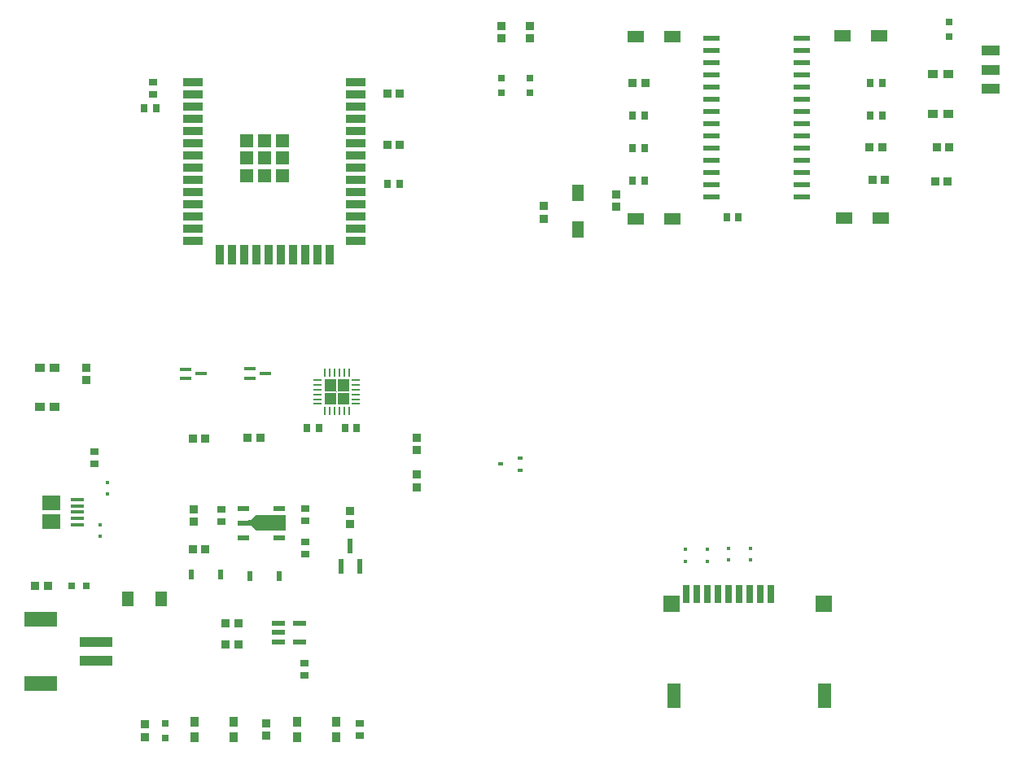
<source format=gtp>
G04*
G04 #@! TF.GenerationSoftware,Altium Limited,Altium Designer,23.3.1 (30)*
G04*
G04 Layer_Color=8355584*
%FSLAX44Y44*%
%MOMM*%
G71*
G04*
G04 #@! TF.SameCoordinates,725D518B-DDB2-488C-806C-357DE18E7640*
G04*
G04*
G04 #@! TF.FilePolarity,Positive*
G04*
G01*
G75*
%ADD19R,0.9000X0.8000*%
%ADD20R,0.0254X0.0254*%
%ADD21R,0.2540X0.8128*%
%ADD22R,0.8128X0.2540*%
%ADD23R,1.2192X0.4064*%
%ADD24R,0.5588X1.5240*%
%ADD25R,0.5080X0.4064*%
%ADD26R,0.8500X0.9500*%
%ADD27R,1.1430X0.5334*%
%ADD28R,1.1430X0.6096*%
%ADD29R,1.7500X0.5800*%
G04:AMPARAMS|DCode=30|XSize=1.75mm|YSize=0.58mm|CornerRadius=0.116mm|HoleSize=0mm|Usage=FLASHONLY|Rotation=0.000|XOffset=0mm|YOffset=0mm|HoleType=Round|Shape=RoundedRectangle|*
%AMROUNDEDRECTD30*
21,1,1.7500,0.3480,0,0,0.0*
21,1,1.5180,0.5800,0,0,0.0*
1,1,0.2320,0.7590,-0.1740*
1,1,0.2320,-0.7590,-0.1740*
1,1,0.2320,-0.7590,0.1740*
1,1,0.2320,0.7590,0.1740*
%
%ADD30ROUNDEDRECTD30*%
%ADD31R,1.3208X0.5588*%
%ADD32R,1.3208X1.3208*%
%ADD33R,0.8890X2.0066*%
%ADD34R,2.0066X0.8890*%
%ADD35R,1.0000X0.9000*%
%ADD36R,1.9000X1.0000*%
%ADD37R,0.9000X1.0000*%
%ADD38R,0.9500X0.8500*%
%ADD39R,0.7112X1.9050*%
%ADD40R,1.7018X1.8034*%
%ADD41R,1.3970X2.5908*%
%ADD42R,1.9558X1.5494*%
%ADD43R,1.3970X0.4572*%
%ADD44R,3.4036X1.4986*%
%ADD45R,3.5052X0.9906*%
%ADD46R,1.2500X1.6500*%
%ADD47R,0.8000X0.8000*%
%ADD48R,0.6096X1.0414*%
%ADD49R,0.8000X0.8000*%
%ADD50R,0.3048X0.4572*%
%ADD51R,0.8000X0.9000*%
%ADD52R,1.8000X1.3000*%
%ADD53R,1.3000X1.8000*%
G36*
X343031Y391000D02*
X331061D01*
Y402970D01*
X343031D01*
Y391000D01*
D02*
G37*
G36*
X329061D02*
X317091D01*
Y402970D01*
X329061D01*
Y391000D01*
D02*
G37*
G36*
X343031Y377030D02*
X331061D01*
Y389000D01*
X343031D01*
Y377030D01*
D02*
G37*
G36*
X329061D02*
X317091D01*
Y389000D01*
X329061D01*
Y377030D01*
D02*
G37*
G36*
X277064Y256210D02*
Y250876D01*
Y245542D01*
X245695D01*
X241250Y250495D01*
X238202D01*
Y256591D01*
X241250D01*
X245695Y261544D01*
X277064D01*
Y256210D01*
D02*
G37*
D19*
X354083Y32808D02*
D03*
Y45308D02*
D03*
X77531Y327764D02*
D03*
Y315264D02*
D03*
X209712Y254971D02*
D03*
Y267471D02*
D03*
X138628Y699616D02*
D03*
Y712116D02*
D03*
X296635Y107727D02*
D03*
Y95227D02*
D03*
X297385Y221474D02*
D03*
Y233974D02*
D03*
X297385Y268666D02*
D03*
Y256166D02*
D03*
D20*
X330061Y390000D02*
D03*
D21*
X317557Y409939D02*
D03*
X322559D02*
D03*
X327560D02*
D03*
X332561D02*
D03*
X337562D02*
D03*
X342564D02*
D03*
Y370061D02*
D03*
X337562D02*
D03*
X332561D02*
D03*
X327560D02*
D03*
X322559D02*
D03*
X317557D02*
D03*
D22*
X350000Y402503D02*
D03*
Y397502D02*
D03*
Y392501D02*
D03*
Y387499D02*
D03*
Y382498D02*
D03*
Y377497D02*
D03*
X310122D02*
D03*
Y382498D02*
D03*
Y387499D02*
D03*
Y392501D02*
D03*
Y397502D02*
D03*
Y402503D02*
D03*
D23*
X239261Y404153D02*
D03*
Y414153D02*
D03*
X255263Y409153D02*
D03*
X173027Y403869D02*
D03*
Y413869D02*
D03*
X189028Y408869D02*
D03*
D24*
X334005Y208179D02*
D03*
X354005D02*
D03*
X344005Y230023D02*
D03*
D25*
X499999Y314960D02*
D03*
X521081Y321460D02*
D03*
Y308460D02*
D03*
D26*
X193342Y226626D02*
D03*
X180343D02*
D03*
X953802Y644277D02*
D03*
X966802D02*
D03*
X952445Y609036D02*
D03*
X965444D02*
D03*
X884096Y644277D02*
D03*
X897096D02*
D03*
X637934Y711625D02*
D03*
X650934D02*
D03*
X887176Y610453D02*
D03*
X900176D02*
D03*
X395523Y646967D02*
D03*
X382523D02*
D03*
X395523Y700132D02*
D03*
X382523D02*
D03*
X227480Y127000D02*
D03*
X214480D02*
D03*
X214498Y148964D02*
D03*
X227498D02*
D03*
X180343Y341325D02*
D03*
X193342D02*
D03*
X250221Y342075D02*
D03*
X237221D02*
D03*
X16386Y188387D02*
D03*
X29386D02*
D03*
D27*
X232487Y268543D02*
D03*
Y238543D02*
D03*
X269825D02*
D03*
Y268543D02*
D03*
D28*
X232487Y253543D02*
D03*
D29*
X720000Y758100D02*
D03*
D30*
Y745400D02*
D03*
Y732700D02*
D03*
Y720000D02*
D03*
Y707300D02*
D03*
Y694600D02*
D03*
Y681900D02*
D03*
Y669200D02*
D03*
Y656500D02*
D03*
Y643800D02*
D03*
Y631100D02*
D03*
Y618400D02*
D03*
Y605700D02*
D03*
Y593000D02*
D03*
X813800D02*
D03*
Y605700D02*
D03*
Y618400D02*
D03*
Y631100D02*
D03*
Y643800D02*
D03*
Y656500D02*
D03*
Y669200D02*
D03*
Y681900D02*
D03*
Y694600D02*
D03*
Y707300D02*
D03*
Y720000D02*
D03*
Y732700D02*
D03*
Y745400D02*
D03*
Y758100D02*
D03*
D31*
X290896Y149160D02*
D03*
Y130160D02*
D03*
X268992D02*
D03*
Y139660D02*
D03*
Y149160D02*
D03*
D32*
X273307Y614910D02*
D03*
X254957D02*
D03*
X236607D02*
D03*
X273307Y651610D02*
D03*
X254957D02*
D03*
X236607D02*
D03*
X273307Y633260D02*
D03*
X254957D02*
D03*
X236607D02*
D03*
D33*
X322150Y533188D02*
D03*
X309450D02*
D03*
X296750D02*
D03*
X284050D02*
D03*
X271350D02*
D03*
X258650D02*
D03*
X245950D02*
D03*
X233250D02*
D03*
X220550D02*
D03*
X207850D02*
D03*
D34*
X350000Y547600D02*
D03*
Y560300D02*
D03*
Y573000D02*
D03*
Y585700D02*
D03*
Y598400D02*
D03*
Y611100D02*
D03*
Y623800D02*
D03*
Y636500D02*
D03*
Y649200D02*
D03*
Y661900D02*
D03*
Y674600D02*
D03*
Y687300D02*
D03*
Y700000D02*
D03*
Y712700D02*
D03*
X180000Y547600D02*
D03*
Y560300D02*
D03*
Y573000D02*
D03*
Y585700D02*
D03*
Y598400D02*
D03*
Y611100D02*
D03*
Y623800D02*
D03*
Y636500D02*
D03*
Y649200D02*
D03*
Y661900D02*
D03*
Y674600D02*
D03*
Y687300D02*
D03*
Y700000D02*
D03*
Y712700D02*
D03*
D35*
X965802Y720480D02*
D03*
Y679479D02*
D03*
X949802Y720480D02*
D03*
Y679479D02*
D03*
X20782Y374500D02*
D03*
Y415500D02*
D03*
X36781Y374500D02*
D03*
Y415500D02*
D03*
D36*
X1009911Y745225D02*
D03*
Y725225D02*
D03*
Y705225D02*
D03*
D37*
X288563Y46906D02*
D03*
X329563D02*
D03*
X288563Y30906D02*
D03*
X329563D02*
D03*
X181868Y47154D02*
D03*
X222868D02*
D03*
X181868Y31154D02*
D03*
X222868D02*
D03*
D38*
X344000Y266000D02*
D03*
Y253000D02*
D03*
X130000Y44000D02*
D03*
Y31000D02*
D03*
X620424Y582767D02*
D03*
Y595767D02*
D03*
X545000Y570500D02*
D03*
Y583500D02*
D03*
X501000Y771000D02*
D03*
Y758000D02*
D03*
X531000Y771000D02*
D03*
Y758000D02*
D03*
X256341Y45558D02*
D03*
Y32558D02*
D03*
X69837Y415496D02*
D03*
Y402496D02*
D03*
X180842Y267916D02*
D03*
Y254916D02*
D03*
X412747Y329630D02*
D03*
Y342630D02*
D03*
X413014Y290928D02*
D03*
Y303928D02*
D03*
D39*
X693100Y179510D02*
D03*
X704100D02*
D03*
X715100D02*
D03*
X726100D02*
D03*
X737100D02*
D03*
X748100D02*
D03*
X759100D02*
D03*
X770100D02*
D03*
X781100D02*
D03*
D40*
X678100Y169990D02*
D03*
X836600D02*
D03*
D41*
X680600Y73990D02*
D03*
X837600D02*
D03*
D42*
X33000Y255000D02*
D03*
Y275000D02*
D03*
D43*
X60000Y252000D02*
D03*
Y258500D02*
D03*
Y265000D02*
D03*
Y271500D02*
D03*
Y278000D02*
D03*
D44*
X22053Y86500D02*
D03*
Y153500D02*
D03*
D45*
X79553Y110000D02*
D03*
Y130000D02*
D03*
D46*
X147250Y175000D02*
D03*
X112750D02*
D03*
D47*
X966923Y760095D02*
D03*
Y775095D02*
D03*
X501000Y701515D02*
D03*
Y716515D02*
D03*
X531000Y716710D02*
D03*
Y701710D02*
D03*
X151405Y29947D02*
D03*
Y44948D02*
D03*
D48*
X209480Y200000D02*
D03*
X178576D02*
D03*
X239411Y198819D02*
D03*
X270315D02*
D03*
D49*
X54097Y188387D02*
D03*
X69097D02*
D03*
D50*
X692922Y225967D02*
D03*
Y214029D02*
D03*
X760000Y226938D02*
D03*
Y215000D02*
D03*
X715000Y225969D02*
D03*
Y214031D02*
D03*
X737500Y226938D02*
D03*
Y215000D02*
D03*
X91440Y295529D02*
D03*
Y283591D02*
D03*
X83468Y239496D02*
D03*
Y251434D02*
D03*
D51*
X637484Y677250D02*
D03*
X649984D02*
D03*
X897546Y711173D02*
D03*
X885046D02*
D03*
X885046Y677349D02*
D03*
X897546D02*
D03*
X735430Y571500D02*
D03*
X747930D02*
D03*
X637484Y610000D02*
D03*
X649984D02*
D03*
X649984Y643625D02*
D03*
X637484D02*
D03*
X395274Y606405D02*
D03*
X382774D02*
D03*
X142126Y685016D02*
D03*
X129626D02*
D03*
X338348Y352779D02*
D03*
X350848D02*
D03*
X311258Y352764D02*
D03*
X298758D02*
D03*
D52*
X895641Y570612D02*
D03*
X857641D02*
D03*
X679000Y570000D02*
D03*
X641000D02*
D03*
X679000Y760000D02*
D03*
X641000D02*
D03*
X894030Y760496D02*
D03*
X856030D02*
D03*
D53*
X580413Y597180D02*
D03*
Y559180D02*
D03*
M02*

</source>
